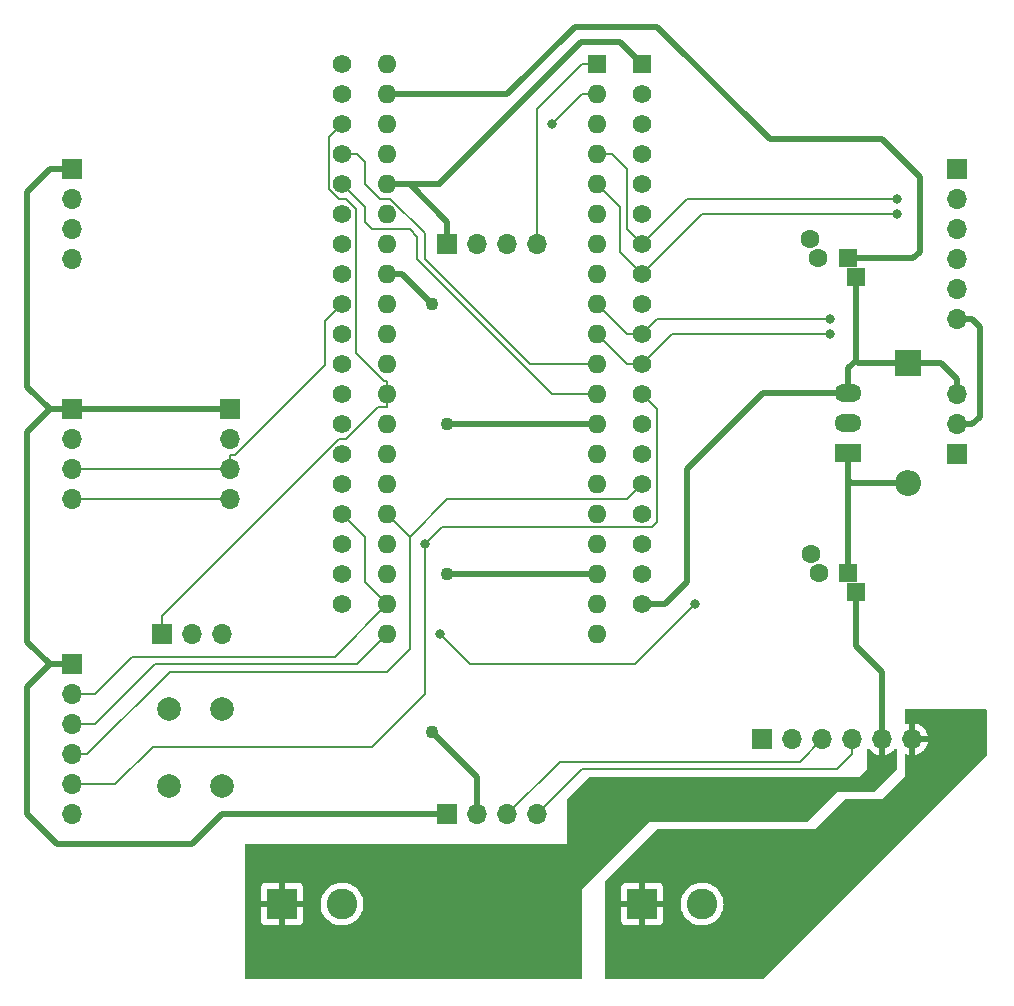
<source format=gtl>
G04 #@! TF.GenerationSoftware,KiCad,Pcbnew,6.0.11-2627ca5db0~126~ubuntu20.04.1*
G04 #@! TF.CreationDate,2023-02-19T14:42:03+01:00*
G04 #@! TF.ProjectId,MQTTbug,4d515454-6275-4672-9e6b-696361645f70,rev?*
G04 #@! TF.SameCoordinates,Original*
G04 #@! TF.FileFunction,Copper,L1,Top*
G04 #@! TF.FilePolarity,Positive*
%FSLAX46Y46*%
G04 Gerber Fmt 4.6, Leading zero omitted, Abs format (unit mm)*
G04 Created by KiCad (PCBNEW 6.0.11-2627ca5db0~126~ubuntu20.04.1) date 2023-02-19 14:42:03*
%MOMM*%
%LPD*%
G01*
G04 APERTURE LIST*
G04 #@! TA.AperFunction,ComponentPad*
%ADD10R,1.700000X1.700000*%
G04 #@! TD*
G04 #@! TA.AperFunction,ComponentPad*
%ADD11O,1.700000X1.700000*%
G04 #@! TD*
G04 #@! TA.AperFunction,ComponentPad*
%ADD12R,2.200000X2.200000*%
G04 #@! TD*
G04 #@! TA.AperFunction,ComponentPad*
%ADD13O,2.200000X2.200000*%
G04 #@! TD*
G04 #@! TA.AperFunction,ComponentPad*
%ADD14R,2.300000X1.500000*%
G04 #@! TD*
G04 #@! TA.AperFunction,ComponentPad*
%ADD15O,2.300000X1.500000*%
G04 #@! TD*
G04 #@! TA.AperFunction,ComponentPad*
%ADD16C,2.000000*%
G04 #@! TD*
G04 #@! TA.AperFunction,ComponentPad*
%ADD17R,2.600000X2.600000*%
G04 #@! TD*
G04 #@! TA.AperFunction,ComponentPad*
%ADD18C,2.600000*%
G04 #@! TD*
G04 #@! TA.AperFunction,ComponentPad*
%ADD19R,1.600000X1.600000*%
G04 #@! TD*
G04 #@! TA.AperFunction,ComponentPad*
%ADD20C,1.600000*%
G04 #@! TD*
G04 #@! TA.AperFunction,ComponentPad*
%ADD21O,1.600000X1.600000*%
G04 #@! TD*
G04 #@! TA.AperFunction,ComponentPad*
%ADD22R,1.560000X1.560000*%
G04 #@! TD*
G04 #@! TA.AperFunction,ComponentPad*
%ADD23C,1.560000*%
G04 #@! TD*
G04 #@! TA.AperFunction,ViaPad*
%ADD24C,1.100000*%
G04 #@! TD*
G04 #@! TA.AperFunction,ViaPad*
%ADD25C,0.800000*%
G04 #@! TD*
G04 #@! TA.AperFunction,Conductor*
%ADD26C,0.500000*%
G04 #@! TD*
G04 #@! TA.AperFunction,Conductor*
%ADD27C,0.200000*%
G04 #@! TD*
G04 APERTURE END LIST*
D10*
X58420000Y-87630000D03*
D11*
X58420000Y-90170000D03*
X58420000Y-92710000D03*
X58420000Y-95250000D03*
D12*
X129207500Y-83727000D03*
D13*
X129207500Y-93887000D03*
D14*
X124127500Y-91347000D03*
D15*
X124127500Y-88807000D03*
X124127500Y-86267000D03*
D16*
X66605000Y-113030000D03*
X66605000Y-119530000D03*
X71105000Y-113030000D03*
X71105000Y-119530000D03*
D10*
X58420000Y-109220000D03*
D11*
X58420000Y-111760000D03*
X58420000Y-114300000D03*
X58420000Y-116840000D03*
X58420000Y-119380000D03*
X58420000Y-121920000D03*
D10*
X133350000Y-67310000D03*
D11*
X133350000Y-69850000D03*
X133350000Y-72390000D03*
X133350000Y-74930000D03*
X133350000Y-77470000D03*
X133350000Y-80010000D03*
D10*
X116840000Y-115570000D03*
D11*
X119380000Y-115570000D03*
X121920000Y-115570000D03*
X124460000Y-115570000D03*
X127000000Y-115570000D03*
X129540000Y-115570000D03*
D17*
X76195000Y-129540000D03*
D18*
X81275000Y-129540000D03*
D19*
X124087500Y-74837000D03*
X124758437Y-76437000D03*
D20*
X121587500Y-74837000D03*
X120916563Y-73237000D03*
D10*
X58420000Y-67310000D03*
D11*
X58420000Y-69850000D03*
X58420000Y-72390000D03*
X58420000Y-74930000D03*
D10*
X90170000Y-73660000D03*
D11*
X92710000Y-73660000D03*
X95250000Y-73660000D03*
X97790000Y-73660000D03*
D10*
X90170000Y-121920000D03*
D11*
X92710000Y-121920000D03*
X95250000Y-121920000D03*
X97790000Y-121920000D03*
D10*
X66040000Y-106680000D03*
D11*
X68580000Y-106680000D03*
X71120000Y-106680000D03*
D19*
X124798437Y-103107000D03*
X124127500Y-101507000D03*
D20*
X121627500Y-101507000D03*
X120956563Y-99907000D03*
D17*
X106680000Y-129540000D03*
D18*
X111760000Y-129540000D03*
D10*
X71755000Y-87630000D03*
D11*
X71755000Y-90170000D03*
X71755000Y-92710000D03*
X71755000Y-95250000D03*
D10*
X133350000Y-91440000D03*
D11*
X133350000Y-88900000D03*
X133350000Y-86360000D03*
D19*
X102870000Y-58420000D03*
D21*
X102870000Y-60960000D03*
X102870000Y-63500000D03*
X102870000Y-66040000D03*
X102870000Y-68580000D03*
X102870000Y-71120000D03*
X102870000Y-73660000D03*
X102870000Y-76200000D03*
X102870000Y-78740000D03*
X102870000Y-81280000D03*
X102870000Y-83820000D03*
X102870000Y-86360000D03*
X102870000Y-88900000D03*
X102870000Y-91440000D03*
X102870000Y-93980000D03*
X102870000Y-96520000D03*
X102870000Y-99060000D03*
X102870000Y-101600000D03*
X102870000Y-104140000D03*
X102870000Y-106680000D03*
X85090000Y-106680000D03*
X85090000Y-104140000D03*
X85090000Y-101600000D03*
X85090000Y-99060000D03*
X85090000Y-96520000D03*
X85090000Y-93980000D03*
X85090000Y-91440000D03*
X85090000Y-88900000D03*
X85090000Y-86360000D03*
X85090000Y-83820000D03*
X85090000Y-81280000D03*
X85090000Y-78740000D03*
X85090000Y-76200000D03*
X85090000Y-73660000D03*
X85090000Y-71120000D03*
X85090000Y-68580000D03*
X85090000Y-66040000D03*
X85090000Y-63500000D03*
X85090000Y-60960000D03*
X85090000Y-58420000D03*
D22*
X106680000Y-58420000D03*
D23*
X106680000Y-60960000D03*
X106680000Y-63500000D03*
X106680000Y-66040000D03*
X106680000Y-68580000D03*
X106680000Y-71120000D03*
X106680000Y-73660000D03*
X106680000Y-76200000D03*
X106680000Y-78740000D03*
X106680000Y-81280000D03*
X106680000Y-83820000D03*
X106680000Y-86360000D03*
X106680000Y-88900000D03*
X106680000Y-91440000D03*
X106680000Y-93980000D03*
X106680000Y-96520000D03*
X106680000Y-99060000D03*
X106680000Y-101600000D03*
X106680000Y-104140000D03*
X81280000Y-58420000D03*
X81280000Y-60960000D03*
X81280000Y-63500000D03*
X81280000Y-66040000D03*
X81280000Y-68580000D03*
X81280000Y-71120000D03*
X81280000Y-73660000D03*
X81280000Y-76200000D03*
X81280000Y-78740000D03*
X81280000Y-81280000D03*
X81280000Y-83820000D03*
X81280000Y-86360000D03*
X81280000Y-88900000D03*
X81280000Y-91440000D03*
X81280000Y-93980000D03*
X81280000Y-96520000D03*
X81280000Y-99060000D03*
X81280000Y-101600000D03*
X81280000Y-104140000D03*
D24*
X90170000Y-88900000D03*
X88900000Y-114935000D03*
X90170000Y-101600000D03*
X88900000Y-78740000D03*
D25*
X99060000Y-63500000D03*
X128270000Y-69850000D03*
X128270000Y-71120000D03*
X122555000Y-80010000D03*
X122555000Y-81280000D03*
X111125000Y-104140000D03*
X89535000Y-106680000D03*
X88265000Y-99060000D03*
D26*
X127000000Y-118110000D02*
X127000000Y-115570000D01*
X127000000Y-109855000D02*
X127000000Y-115570000D01*
X129207500Y-93887000D02*
X124367000Y-93887000D01*
X100965000Y-125095000D02*
X104140000Y-121920000D01*
X124798000Y-105380000D02*
X124798400Y-105379600D01*
X124798000Y-105380000D02*
X124798000Y-107653000D01*
X124798000Y-107653000D02*
X127000000Y-109855000D01*
X78105000Y-125095000D02*
X100965000Y-125095000D01*
X124798400Y-105379600D02*
X124798400Y-103107000D01*
X124127500Y-91347000D02*
X124128000Y-91347000D01*
X104140000Y-121920000D02*
X114300000Y-121920000D01*
X116840000Y-119380000D02*
X125730000Y-119380000D01*
X124127500Y-101507000D02*
X124128000Y-101507000D01*
X76195000Y-129540000D02*
X76195000Y-127005000D01*
X124798000Y-103107000D02*
X124798000Y-105380000D01*
X124367000Y-93887000D02*
X124128000Y-93647500D01*
X125730000Y-119380000D02*
X127000000Y-118110000D01*
X76195000Y-127005000D02*
X78105000Y-125095000D01*
X114300000Y-121920000D02*
X116840000Y-119380000D01*
X124128000Y-93647500D02*
X124128000Y-101507000D01*
X124128000Y-91347000D02*
X124128000Y-93647500D01*
X92710000Y-121920000D02*
X92710000Y-118745000D01*
X85090000Y-76200000D02*
X86360000Y-76200000D01*
X86360000Y-76200000D02*
X88900000Y-78740000D01*
X102870000Y-101600000D02*
X90170000Y-101600000D01*
X92710000Y-118745000D02*
X88900000Y-114935000D01*
X102870000Y-88900000D02*
X90170000Y-88900000D01*
X106680000Y-129540000D02*
X106680000Y-126365000D01*
X106680000Y-126365000D02*
X108585000Y-124460000D01*
X108585000Y-124460000D02*
X123190000Y-124460000D01*
X127635000Y-121920000D02*
X129540000Y-120015000D01*
X129540000Y-120015000D02*
X129540000Y-115570000D01*
X123190000Y-124460000D02*
X125730000Y-121920000D01*
X125730000Y-121920000D02*
X127635000Y-121920000D01*
D27*
X102870000Y-58420000D02*
X101600000Y-58420000D01*
X97790000Y-121920000D02*
X101600000Y-118110000D01*
X101600000Y-58420000D02*
X97790000Y-62230000D01*
X123190000Y-118110000D02*
X124460000Y-116840000D01*
X58420000Y-95250000D02*
X71755000Y-95250000D01*
X124460000Y-116840000D02*
X124460000Y-115570000D01*
X101600000Y-118110000D02*
X123190000Y-118110000D01*
X97790000Y-62230000D02*
X97790000Y-73660000D01*
X71755000Y-92710000D02*
X71755000Y-91559900D01*
X71755000Y-91559900D02*
X72186300Y-91559900D01*
X72186300Y-91559900D02*
X79820200Y-83926000D01*
X99695000Y-117475000D02*
X120015000Y-117475000D01*
X95250000Y-121920000D02*
X99695000Y-117475000D01*
X101600000Y-60960000D02*
X99060000Y-63500000D01*
X58420000Y-92710000D02*
X71755000Y-92710000D01*
X102870000Y-60960000D02*
X101600000Y-60960000D01*
X120015000Y-117475000D02*
X121920000Y-115570000D01*
X79820200Y-80199800D02*
X81280000Y-78740000D01*
X79820200Y-83926000D02*
X79820200Y-80199800D01*
X102870000Y-66040000D02*
X104140000Y-66040000D01*
X110490000Y-69850000D02*
X128270000Y-69850000D01*
X105410000Y-67310000D02*
X105410000Y-72390000D01*
X104140000Y-66040000D02*
X105410000Y-67310000D01*
X105410000Y-72390000D02*
X106680000Y-73660000D01*
X106680000Y-73660000D02*
X110490000Y-69850000D01*
X106680000Y-76200000D02*
X111760000Y-71120000D01*
X104775000Y-74295000D02*
X106680000Y-76200000D01*
X111760000Y-71120000D02*
X128270000Y-71120000D01*
X104775000Y-70485000D02*
X104775000Y-74295000D01*
X102870000Y-68580000D02*
X104775000Y-70485000D01*
X107950000Y-80010000D02*
X122555000Y-80010000D01*
X105410000Y-81280000D02*
X106680000Y-81280000D01*
X106680000Y-81280000D02*
X107950000Y-80010000D01*
X102870000Y-78740000D02*
X105410000Y-81280000D01*
X106680000Y-83820000D02*
X109220000Y-81280000D01*
X109220000Y-81280000D02*
X122555000Y-81280000D01*
X105410000Y-83820000D02*
X106680000Y-83820000D01*
X102870000Y-81280000D02*
X105410000Y-83820000D01*
X97155000Y-83820000D02*
X102870000Y-83820000D01*
X88265000Y-74930000D02*
X97155000Y-83820000D01*
X82550000Y-66040000D02*
X83185000Y-66675000D01*
X83185000Y-66675000D02*
X83185000Y-68580000D01*
X84455000Y-69850000D02*
X85375600Y-69850000D01*
X88265000Y-72739400D02*
X88265000Y-74930000D01*
X83185000Y-68580000D02*
X84455000Y-69850000D01*
X85375600Y-69850000D02*
X88265000Y-72739400D01*
X81280000Y-66040000D02*
X82550000Y-66040000D01*
X87630000Y-73025000D02*
X86995000Y-72390000D01*
X99060000Y-86360000D02*
X87630000Y-74930000D01*
X83185000Y-70485000D02*
X81280000Y-68580000D01*
X102870000Y-86360000D02*
X99060000Y-86360000D01*
X87630000Y-74930000D02*
X87630000Y-73025000D01*
X86995000Y-72390000D02*
X83820000Y-72390000D01*
X83185000Y-71755000D02*
X83185000Y-70485000D01*
X83820000Y-72390000D02*
X83185000Y-71755000D01*
X92075000Y-109220000D02*
X106045000Y-109220000D01*
X106045000Y-109220000D02*
X111125000Y-104140000D01*
X82550000Y-109220000D02*
X85090000Y-106680000D01*
X60325000Y-114300000D02*
X65405000Y-109220000D01*
X58420000Y-114300000D02*
X60325000Y-114300000D01*
X65405000Y-109220000D02*
X82550000Y-109220000D01*
X89535000Y-106680000D02*
X92075000Y-109220000D01*
X60325000Y-111760000D02*
X58420000Y-111760000D01*
X63500000Y-108585000D02*
X60325000Y-111760000D01*
X83185000Y-98425000D02*
X83185000Y-102235000D01*
X85090000Y-104140000D02*
X80645000Y-108585000D01*
X81280000Y-96520000D02*
X83185000Y-98425000D01*
X83185000Y-102235000D02*
X85090000Y-104140000D01*
X80645000Y-108585000D02*
X63500000Y-108585000D01*
X88265000Y-99060000D02*
X89705000Y-97620000D01*
X58420000Y-119380000D02*
X62093500Y-119380000D01*
X107950000Y-97155000D02*
X107950000Y-87630000D01*
X88265000Y-111760000D02*
X88265000Y-99060000D01*
X62093500Y-119380000D02*
X65268500Y-116205000D01*
X83820000Y-116205000D02*
X88265000Y-111760000D01*
X65268500Y-116205000D02*
X83820000Y-116205000D01*
X89705000Y-97620000D02*
X107485000Y-97620000D01*
X107950000Y-87630000D02*
X106680000Y-86360000D01*
X107485000Y-97620000D02*
X107950000Y-97155000D01*
X106680000Y-93980000D02*
X105410000Y-95250000D01*
X86995000Y-98425000D02*
X85090000Y-96520000D01*
X105410000Y-95250000D02*
X90170000Y-95250000D01*
X59690000Y-116840000D02*
X66675000Y-109855000D01*
X58420000Y-116840000D02*
X59690000Y-116840000D01*
X85090000Y-109855000D02*
X86995000Y-107950000D01*
X86995000Y-107950000D02*
X86995000Y-98425000D01*
X66675000Y-109855000D02*
X85090000Y-109855000D01*
X90170000Y-95250000D02*
X86995000Y-98425000D01*
X81013900Y-69850000D02*
X81605900Y-69850000D01*
X82460100Y-82858000D02*
X84862000Y-85259900D01*
X81571900Y-90170000D02*
X84281800Y-87460100D01*
X80176300Y-69012400D02*
X81013900Y-69850000D01*
X81021200Y-90170000D02*
X81571900Y-90170000D01*
X82460100Y-70704200D02*
X82460100Y-82858000D01*
X85090000Y-86360000D02*
X85090000Y-87460100D01*
X84862000Y-85259900D02*
X85090000Y-85259900D01*
X80176300Y-64603700D02*
X80176300Y-69012400D01*
X66040000Y-105151200D02*
X81021200Y-90170000D01*
X66040000Y-106680000D02*
X66040000Y-105151200D01*
X81280000Y-63500000D02*
X80176300Y-64603700D01*
X84281800Y-87460100D02*
X85090000Y-87460100D01*
X85090000Y-86360000D02*
X85090000Y-85259900D01*
X81605900Y-69850000D02*
X82460100Y-70704200D01*
D26*
X54610000Y-121920000D02*
X57150000Y-124460000D01*
X85090000Y-68580000D02*
X86995000Y-68580000D01*
X101535000Y-56580000D02*
X104840000Y-56580000D01*
X54610000Y-107315000D02*
X56515000Y-109220000D01*
X56515000Y-87630000D02*
X54610000Y-89535000D01*
X54610000Y-69215000D02*
X56515000Y-67310000D01*
X54610000Y-89535000D02*
X54610000Y-107315000D01*
X54610000Y-111125000D02*
X54610000Y-121920000D01*
X104840000Y-56580000D02*
X106680000Y-58420000D01*
X56515000Y-87630000D02*
X54610000Y-85725000D01*
X86995000Y-68580000D02*
X90170000Y-71755000D01*
X56515000Y-109220000D02*
X58420000Y-109220000D01*
X56515000Y-109220000D02*
X54610000Y-111125000D01*
X56515000Y-67310000D02*
X58420000Y-67310000D01*
X89600000Y-68580000D02*
X89600000Y-68515000D01*
X71755000Y-87630000D02*
X58420000Y-87630000D01*
X58420000Y-87630000D02*
X56515000Y-87630000D01*
X68580000Y-124460000D02*
X71120000Y-121920000D01*
X57150000Y-124460000D02*
X68580000Y-124460000D01*
X90170000Y-71755000D02*
X90170000Y-73660000D01*
X54610000Y-85725000D02*
X54610000Y-69215000D01*
X71120000Y-121920000D02*
X90170000Y-121920000D01*
X89600000Y-68515000D02*
X101535000Y-56580000D01*
X86995000Y-68580000D02*
X89600000Y-68580000D01*
X129207500Y-83727000D02*
X124964000Y-83727000D01*
X129633000Y-74837000D02*
X124087500Y-74837000D01*
X127000000Y-64770000D02*
X130175000Y-67945000D01*
X116933000Y-86267000D02*
X124127500Y-86267000D01*
X124964000Y-83727000D02*
X124758000Y-83521600D01*
X100965000Y-55245000D02*
X107950000Y-55245000D01*
X124128000Y-84152500D02*
X124758000Y-83521600D01*
X106680000Y-104140000D02*
X108585000Y-104140000D01*
X108585000Y-104140000D02*
X110490000Y-102235000D01*
X124128000Y-86267000D02*
X124128000Y-84152500D01*
X124127500Y-86267000D02*
X124128000Y-86267000D01*
X110490000Y-92710000D02*
X116933000Y-86267000D01*
X117475000Y-64770000D02*
X127000000Y-64770000D01*
X133350000Y-85090000D02*
X131987000Y-83727000D01*
X107950000Y-55245000D02*
X117475000Y-64770000D01*
X130175000Y-74295000D02*
X129633000Y-74837000D01*
X131987000Y-83727000D02*
X129207500Y-83727000D01*
X95250000Y-60960000D02*
X100965000Y-55245000D01*
X133350000Y-86360000D02*
X133350000Y-85090000D01*
X110490000Y-102235000D02*
X110490000Y-92710000D01*
X130175000Y-67945000D02*
X130175000Y-74295000D01*
X124758400Y-76437000D02*
X124758000Y-76437000D01*
X85090000Y-60960000D02*
X95250000Y-60960000D01*
X124758000Y-83521600D02*
X124758000Y-76437000D01*
X134620000Y-88900000D02*
X135255000Y-88265000D01*
X133350000Y-88900000D02*
X134620000Y-88900000D01*
X134620000Y-80010000D02*
X133350000Y-80010000D01*
X135255000Y-80645000D02*
X134620000Y-80010000D01*
X135255000Y-88265000D02*
X135255000Y-80645000D01*
G04 #@! TA.AperFunction,Conductor*
G36*
X135832121Y-113050002D02*
G01*
X135878614Y-113103658D01*
X135890000Y-113156000D01*
X135890000Y-116787810D01*
X135869998Y-116855931D01*
X135853095Y-116876905D01*
X116876905Y-135853095D01*
X116814593Y-135887121D01*
X116787810Y-135890000D01*
X103631000Y-135890000D01*
X103562879Y-135869998D01*
X103516386Y-135816342D01*
X103505000Y-135764000D01*
X103505000Y-130884669D01*
X104872001Y-130884669D01*
X104872371Y-130891490D01*
X104877895Y-130942352D01*
X104881521Y-130957604D01*
X104926676Y-131078054D01*
X104935214Y-131093649D01*
X105011715Y-131195724D01*
X105024276Y-131208285D01*
X105126351Y-131284786D01*
X105141946Y-131293324D01*
X105262394Y-131338478D01*
X105277649Y-131342105D01*
X105328514Y-131347631D01*
X105335328Y-131348000D01*
X106407885Y-131348000D01*
X106423124Y-131343525D01*
X106424329Y-131342135D01*
X106426000Y-131334452D01*
X106426000Y-131329884D01*
X106934000Y-131329884D01*
X106938475Y-131345123D01*
X106939865Y-131346328D01*
X106947548Y-131347999D01*
X108024669Y-131347999D01*
X108031490Y-131347629D01*
X108082352Y-131342105D01*
X108097604Y-131338479D01*
X108218054Y-131293324D01*
X108233649Y-131284786D01*
X108335724Y-131208285D01*
X108348285Y-131195724D01*
X108424786Y-131093649D01*
X108433324Y-131078054D01*
X108478478Y-130957606D01*
X108482105Y-130942351D01*
X108487631Y-130891486D01*
X108488000Y-130884672D01*
X108488000Y-129812115D01*
X108483525Y-129796876D01*
X108482135Y-129795671D01*
X108474452Y-129794000D01*
X106952115Y-129794000D01*
X106936876Y-129798475D01*
X106935671Y-129799865D01*
X106934000Y-129807548D01*
X106934000Y-131329884D01*
X106426000Y-131329884D01*
X106426000Y-129812115D01*
X106421525Y-129796876D01*
X106420135Y-129795671D01*
X106412452Y-129794000D01*
X104890116Y-129794000D01*
X104874877Y-129798475D01*
X104873672Y-129799865D01*
X104872001Y-129807548D01*
X104872001Y-130884669D01*
X103505000Y-130884669D01*
X103505000Y-129492526D01*
X109947050Y-129492526D01*
X109959947Y-129761019D01*
X110012388Y-130024656D01*
X110103220Y-130277646D01*
X110230450Y-130514431D01*
X110233241Y-130518168D01*
X110233245Y-130518175D01*
X110314887Y-130627506D01*
X110391281Y-130729810D01*
X110394590Y-130733090D01*
X110394595Y-130733096D01*
X110554374Y-130891486D01*
X110582180Y-130919050D01*
X110585942Y-130921808D01*
X110585945Y-130921811D01*
X110698299Y-131004192D01*
X110798954Y-131077995D01*
X110803089Y-131080171D01*
X110803093Y-131080173D01*
X111020880Y-131194757D01*
X111036840Y-131203154D01*
X111290613Y-131291775D01*
X111295206Y-131292647D01*
X111550109Y-131341042D01*
X111550112Y-131341042D01*
X111554698Y-131341913D01*
X111682370Y-131346929D01*
X111818625Y-131352283D01*
X111818630Y-131352283D01*
X111823293Y-131352466D01*
X111927607Y-131341042D01*
X112085844Y-131323713D01*
X112085850Y-131323712D01*
X112090497Y-131323203D01*
X112203985Y-131293324D01*
X112345918Y-131255956D01*
X112345920Y-131255955D01*
X112350441Y-131254765D01*
X112458626Y-131208285D01*
X112593120Y-131150502D01*
X112593122Y-131150501D01*
X112597414Y-131148657D01*
X112754163Y-131051658D01*
X112822017Y-131009669D01*
X112822021Y-131009666D01*
X112825990Y-131007210D01*
X113031149Y-130833530D01*
X113208382Y-130631434D01*
X113259430Y-130552072D01*
X113351269Y-130409291D01*
X113353797Y-130405361D01*
X113464199Y-130160278D01*
X113501209Y-130029051D01*
X113535893Y-129906072D01*
X113535894Y-129906069D01*
X113537163Y-129901568D01*
X113555043Y-129761019D01*
X113570688Y-129638045D01*
X113570688Y-129638041D01*
X113571086Y-129634915D01*
X113573571Y-129540000D01*
X113570390Y-129497197D01*
X113553996Y-129276592D01*
X113553996Y-129276591D01*
X113553650Y-129271937D01*
X113551677Y-129263218D01*
X113495361Y-129014331D01*
X113495360Y-129014326D01*
X113494327Y-129009763D01*
X113396902Y-128759238D01*
X113263518Y-128525864D01*
X113097105Y-128314769D01*
X112901317Y-128130591D01*
X112715877Y-128001946D01*
X112684299Y-127980039D01*
X112684296Y-127980037D01*
X112680457Y-127977374D01*
X112676264Y-127975306D01*
X112443564Y-127860551D01*
X112443561Y-127860550D01*
X112439376Y-127858486D01*
X112391745Y-127843239D01*
X112337621Y-127825914D01*
X112183370Y-127776538D01*
X112178763Y-127775788D01*
X112178760Y-127775787D01*
X111922674Y-127734081D01*
X111922675Y-127734081D01*
X111918063Y-127733330D01*
X111787719Y-127731624D01*
X111653961Y-127729873D01*
X111653958Y-127729873D01*
X111649284Y-127729812D01*
X111382937Y-127766060D01*
X111124874Y-127841278D01*
X110880763Y-127953815D01*
X110876854Y-127956378D01*
X110659881Y-128098631D01*
X110659876Y-128098635D01*
X110655968Y-128101197D01*
X110455426Y-128280188D01*
X110283544Y-128486854D01*
X110144096Y-128716656D01*
X110040148Y-128964545D01*
X109973981Y-129225077D01*
X109947050Y-129492526D01*
X103505000Y-129492526D01*
X103505000Y-129267885D01*
X104872000Y-129267885D01*
X104876475Y-129283124D01*
X104877865Y-129284329D01*
X104885548Y-129286000D01*
X106407885Y-129286000D01*
X106423124Y-129281525D01*
X106424329Y-129280135D01*
X106426000Y-129272452D01*
X106426000Y-129267885D01*
X106934000Y-129267885D01*
X106938475Y-129283124D01*
X106939865Y-129284329D01*
X106947548Y-129286000D01*
X108469884Y-129286000D01*
X108485123Y-129281525D01*
X108486328Y-129280135D01*
X108487999Y-129272452D01*
X108487999Y-128195331D01*
X108487629Y-128188510D01*
X108482105Y-128137648D01*
X108478479Y-128122396D01*
X108433324Y-128001946D01*
X108424786Y-127986351D01*
X108348285Y-127884276D01*
X108335724Y-127871715D01*
X108233649Y-127795214D01*
X108218054Y-127786676D01*
X108097606Y-127741522D01*
X108082351Y-127737895D01*
X108031486Y-127732369D01*
X108024672Y-127732000D01*
X106952115Y-127732000D01*
X106936876Y-127736475D01*
X106935671Y-127737865D01*
X106934000Y-127745548D01*
X106934000Y-129267885D01*
X106426000Y-129267885D01*
X106426000Y-127750116D01*
X106421525Y-127734877D01*
X106420135Y-127733672D01*
X106412452Y-127732001D01*
X105335331Y-127732001D01*
X105328510Y-127732371D01*
X105277648Y-127737895D01*
X105262396Y-127741521D01*
X105141946Y-127786676D01*
X105126351Y-127795214D01*
X105024276Y-127871715D01*
X105011715Y-127884276D01*
X104935214Y-127986351D01*
X104926676Y-128001946D01*
X104881522Y-128122394D01*
X104877895Y-128137649D01*
X104872369Y-128188514D01*
X104872000Y-128195328D01*
X104872000Y-129267885D01*
X103505000Y-129267885D01*
X103505000Y-127687190D01*
X103525002Y-127619069D01*
X103541905Y-127598095D01*
X107913095Y-123226905D01*
X107975407Y-123192879D01*
X108002190Y-123190000D01*
X121285000Y-123190000D01*
X123788095Y-120686905D01*
X123850407Y-120652879D01*
X123877190Y-120650000D01*
X127000000Y-120650000D01*
X128905000Y-118745000D01*
X128905000Y-116964226D01*
X128925002Y-116896105D01*
X128978658Y-116849612D01*
X129048932Y-116839508D01*
X129075949Y-116846516D01*
X129155001Y-116876703D01*
X129164899Y-116879579D01*
X129268250Y-116900606D01*
X129282299Y-116899410D01*
X129286000Y-116889065D01*
X129286000Y-116888517D01*
X129794000Y-116888517D01*
X129798064Y-116902359D01*
X129811478Y-116904393D01*
X129818184Y-116903534D01*
X129828262Y-116901392D01*
X130032255Y-116840191D01*
X130041842Y-116836433D01*
X130233095Y-116742739D01*
X130241945Y-116737464D01*
X130415328Y-116613792D01*
X130423200Y-116607139D01*
X130574052Y-116456812D01*
X130580730Y-116448965D01*
X130705003Y-116276020D01*
X130710313Y-116267183D01*
X130804670Y-116076267D01*
X130808469Y-116066672D01*
X130870377Y-115862910D01*
X130872555Y-115852837D01*
X130873986Y-115841962D01*
X130871775Y-115827778D01*
X130858617Y-115824000D01*
X129812115Y-115824000D01*
X129796876Y-115828475D01*
X129795671Y-115829865D01*
X129794000Y-115837548D01*
X129794000Y-116888517D01*
X129286000Y-116888517D01*
X129286000Y-115297885D01*
X129794000Y-115297885D01*
X129798475Y-115313124D01*
X129799865Y-115314329D01*
X129807548Y-115316000D01*
X130858344Y-115316000D01*
X130871875Y-115312027D01*
X130873180Y-115302947D01*
X130831214Y-115135875D01*
X130827894Y-115126124D01*
X130742972Y-114930814D01*
X130738105Y-114921739D01*
X130622426Y-114742926D01*
X130616136Y-114734757D01*
X130472806Y-114577240D01*
X130465273Y-114570215D01*
X130298139Y-114438222D01*
X130289552Y-114432517D01*
X130103117Y-114329599D01*
X130093705Y-114325369D01*
X129892959Y-114254280D01*
X129882988Y-114251646D01*
X129811837Y-114238972D01*
X129798540Y-114240432D01*
X129794000Y-114254989D01*
X129794000Y-115297885D01*
X129286000Y-115297885D01*
X129286000Y-114253102D01*
X129282082Y-114239758D01*
X129267806Y-114237771D01*
X129229324Y-114243660D01*
X129219288Y-114246051D01*
X129070145Y-114294798D01*
X128999181Y-114296949D01*
X128938319Y-114260393D01*
X128906883Y-114196735D01*
X128905000Y-114175033D01*
X128905000Y-113156000D01*
X128925002Y-113087879D01*
X128978658Y-113041386D01*
X129031000Y-113030000D01*
X135764000Y-113030000D01*
X135832121Y-113050002D01*
G37*
G04 #@! TD.AperFunction*
G04 #@! TA.AperFunction,Conductor*
G36*
X127254000Y-116888517D02*
G01*
X127258064Y-116902359D01*
X127271478Y-116904393D01*
X127278184Y-116903534D01*
X127288262Y-116901392D01*
X127492255Y-116840191D01*
X127501842Y-116836433D01*
X127693095Y-116742739D01*
X127701945Y-116737464D01*
X127875328Y-116613792D01*
X127883200Y-116607139D01*
X128034052Y-116456812D01*
X128040727Y-116448967D01*
X128041677Y-116447646D01*
X128042197Y-116447241D01*
X128044081Y-116445027D01*
X128044538Y-116445416D01*
X128097671Y-116403998D01*
X128168374Y-116397551D01*
X128231339Y-116430353D01*
X128266574Y-116491989D01*
X128270000Y-116521171D01*
X128270000Y-118057810D01*
X128249998Y-118125931D01*
X128233095Y-118146905D01*
X126401905Y-119978095D01*
X126339593Y-120012121D01*
X126312810Y-120015000D01*
X123190000Y-120015000D01*
X120686905Y-122518095D01*
X120624593Y-122552121D01*
X120597810Y-122555000D01*
X107315000Y-122555000D01*
X101600000Y-128270000D01*
X101600000Y-135764000D01*
X101579998Y-135832121D01*
X101526342Y-135878614D01*
X101474000Y-135890000D01*
X73151000Y-135890000D01*
X73082879Y-135869998D01*
X73036386Y-135816342D01*
X73025000Y-135764000D01*
X73025000Y-130884669D01*
X74387001Y-130884669D01*
X74387371Y-130891490D01*
X74392895Y-130942352D01*
X74396521Y-130957604D01*
X74441676Y-131078054D01*
X74450214Y-131093649D01*
X74526715Y-131195724D01*
X74539276Y-131208285D01*
X74641351Y-131284786D01*
X74656946Y-131293324D01*
X74777394Y-131338478D01*
X74792649Y-131342105D01*
X74843514Y-131347631D01*
X74850328Y-131348000D01*
X75922885Y-131348000D01*
X75938124Y-131343525D01*
X75939329Y-131342135D01*
X75941000Y-131334452D01*
X75941000Y-131329884D01*
X76449000Y-131329884D01*
X76453475Y-131345123D01*
X76454865Y-131346328D01*
X76462548Y-131347999D01*
X77539669Y-131347999D01*
X77546490Y-131347629D01*
X77597352Y-131342105D01*
X77612604Y-131338479D01*
X77733054Y-131293324D01*
X77748649Y-131284786D01*
X77850724Y-131208285D01*
X77863285Y-131195724D01*
X77939786Y-131093649D01*
X77948324Y-131078054D01*
X77993478Y-130957606D01*
X77997105Y-130942351D01*
X78002631Y-130891486D01*
X78003000Y-130884672D01*
X78003000Y-129812115D01*
X77998525Y-129796876D01*
X77997135Y-129795671D01*
X77989452Y-129794000D01*
X76467115Y-129794000D01*
X76451876Y-129798475D01*
X76450671Y-129799865D01*
X76449000Y-129807548D01*
X76449000Y-131329884D01*
X75941000Y-131329884D01*
X75941000Y-129812115D01*
X75936525Y-129796876D01*
X75935135Y-129795671D01*
X75927452Y-129794000D01*
X74405116Y-129794000D01*
X74389877Y-129798475D01*
X74388672Y-129799865D01*
X74387001Y-129807548D01*
X74387001Y-130884669D01*
X73025000Y-130884669D01*
X73025000Y-129492526D01*
X79462050Y-129492526D01*
X79474947Y-129761019D01*
X79527388Y-130024656D01*
X79618220Y-130277646D01*
X79745450Y-130514431D01*
X79748241Y-130518168D01*
X79748245Y-130518175D01*
X79762888Y-130537784D01*
X79906281Y-130729810D01*
X79909590Y-130733090D01*
X79909595Y-130733096D01*
X80065993Y-130888134D01*
X80097180Y-130919050D01*
X80100942Y-130921808D01*
X80100945Y-130921811D01*
X80213299Y-131004192D01*
X80313954Y-131077995D01*
X80318089Y-131080171D01*
X80318093Y-131080173D01*
X80537718Y-131195724D01*
X80551840Y-131203154D01*
X80805613Y-131291775D01*
X80810206Y-131292647D01*
X81065109Y-131341042D01*
X81065112Y-131341042D01*
X81069698Y-131341913D01*
X81197370Y-131346929D01*
X81333625Y-131352283D01*
X81333630Y-131352283D01*
X81338293Y-131352466D01*
X81442607Y-131341042D01*
X81600844Y-131323713D01*
X81600850Y-131323712D01*
X81605497Y-131323203D01*
X81718985Y-131293324D01*
X81860918Y-131255956D01*
X81860920Y-131255955D01*
X81865441Y-131254765D01*
X81973626Y-131208285D01*
X82108120Y-131150502D01*
X82108122Y-131150501D01*
X82112414Y-131148657D01*
X82231071Y-131075230D01*
X82337017Y-131009669D01*
X82337021Y-131009666D01*
X82340990Y-131007210D01*
X82546149Y-130833530D01*
X82723382Y-130631434D01*
X82868797Y-130405361D01*
X82979199Y-130160278D01*
X83016209Y-130029051D01*
X83050893Y-129906072D01*
X83050894Y-129906069D01*
X83052163Y-129901568D01*
X83070043Y-129761019D01*
X83085688Y-129638045D01*
X83085688Y-129638041D01*
X83086086Y-129634915D01*
X83088571Y-129540000D01*
X83085390Y-129497197D01*
X83068996Y-129276592D01*
X83068996Y-129276591D01*
X83068650Y-129271937D01*
X83067619Y-129267379D01*
X83010361Y-129014331D01*
X83010360Y-129014326D01*
X83009327Y-129009763D01*
X82911902Y-128759238D01*
X82778518Y-128525864D01*
X82612105Y-128314769D01*
X82416317Y-128130591D01*
X82218407Y-127993295D01*
X82199299Y-127980039D01*
X82199296Y-127980037D01*
X82195457Y-127977374D01*
X82191264Y-127975306D01*
X81958564Y-127860551D01*
X81958561Y-127860550D01*
X81954376Y-127858486D01*
X81906745Y-127843239D01*
X81852621Y-127825914D01*
X81698370Y-127776538D01*
X81693763Y-127775788D01*
X81693760Y-127775787D01*
X81483358Y-127741521D01*
X81433063Y-127733330D01*
X81302719Y-127731624D01*
X81168961Y-127729873D01*
X81168958Y-127729873D01*
X81164284Y-127729812D01*
X80897937Y-127766060D01*
X80639874Y-127841278D01*
X80395763Y-127953815D01*
X80391854Y-127956378D01*
X80174881Y-128098631D01*
X80174876Y-128098635D01*
X80170968Y-128101197D01*
X80167476Y-128104314D01*
X79981841Y-128270000D01*
X79970426Y-128280188D01*
X79798544Y-128486854D01*
X79659096Y-128716656D01*
X79555148Y-128964545D01*
X79488981Y-129225077D01*
X79462050Y-129492526D01*
X73025000Y-129492526D01*
X73025000Y-129267885D01*
X74387000Y-129267885D01*
X74391475Y-129283124D01*
X74392865Y-129284329D01*
X74400548Y-129286000D01*
X75922885Y-129286000D01*
X75938124Y-129281525D01*
X75939329Y-129280135D01*
X75941000Y-129272452D01*
X75941000Y-129267885D01*
X76449000Y-129267885D01*
X76453475Y-129283124D01*
X76454865Y-129284329D01*
X76462548Y-129286000D01*
X77984884Y-129286000D01*
X78000123Y-129281525D01*
X78001328Y-129280135D01*
X78002999Y-129272452D01*
X78002999Y-128195331D01*
X78002629Y-128188510D01*
X77997105Y-128137648D01*
X77993479Y-128122396D01*
X77948324Y-128001946D01*
X77939786Y-127986351D01*
X77863285Y-127884276D01*
X77850724Y-127871715D01*
X77748649Y-127795214D01*
X77733054Y-127786676D01*
X77612606Y-127741522D01*
X77597351Y-127737895D01*
X77546486Y-127732369D01*
X77539672Y-127732000D01*
X76467115Y-127732000D01*
X76451876Y-127736475D01*
X76450671Y-127737865D01*
X76449000Y-127745548D01*
X76449000Y-129267885D01*
X75941000Y-129267885D01*
X75941000Y-127750116D01*
X75936525Y-127734877D01*
X75935135Y-127733672D01*
X75927452Y-127732001D01*
X74850331Y-127732001D01*
X74843510Y-127732371D01*
X74792648Y-127737895D01*
X74777396Y-127741521D01*
X74656946Y-127786676D01*
X74641351Y-127795214D01*
X74539276Y-127871715D01*
X74526715Y-127884276D01*
X74450214Y-127986351D01*
X74441676Y-128001946D01*
X74396522Y-128122394D01*
X74392895Y-128137649D01*
X74387369Y-128188514D01*
X74387000Y-128195328D01*
X74387000Y-129267885D01*
X73025000Y-129267885D01*
X73025000Y-124586000D01*
X73045002Y-124517879D01*
X73098658Y-124471386D01*
X73151000Y-124460000D01*
X100330000Y-124460000D01*
X100330000Y-120702190D01*
X100350002Y-120634069D01*
X100366905Y-120613095D01*
X102198095Y-118781905D01*
X102260407Y-118747879D01*
X102287190Y-118745000D01*
X125095000Y-118745000D01*
X125730000Y-118110000D01*
X125730000Y-116515985D01*
X125750002Y-116447864D01*
X125803658Y-116401371D01*
X125873932Y-116391267D01*
X125938512Y-116420761D01*
X125951237Y-116433488D01*
X126043213Y-116539667D01*
X126050580Y-116546883D01*
X126214434Y-116682916D01*
X126222881Y-116688831D01*
X126406756Y-116796279D01*
X126416042Y-116800729D01*
X126615001Y-116876703D01*
X126624899Y-116879579D01*
X126728250Y-116900606D01*
X126742299Y-116899410D01*
X126746000Y-116889065D01*
X126746000Y-115570000D01*
X127254000Y-115570000D01*
X127254000Y-116888517D01*
G37*
G04 #@! TD.AperFunction*
M02*

</source>
